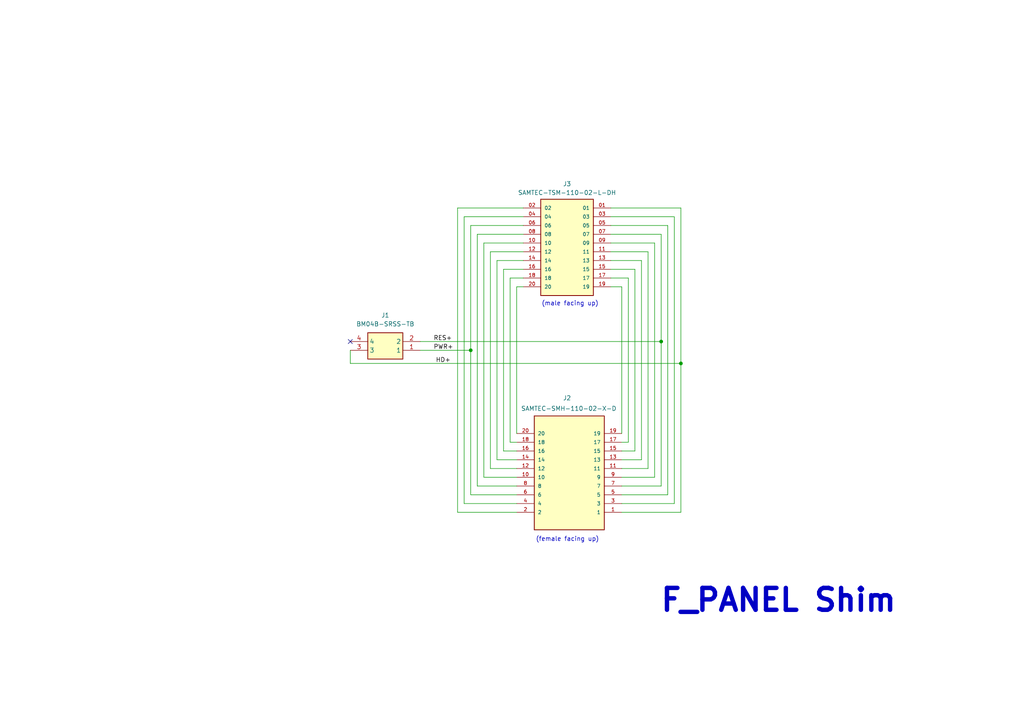
<source format=kicad_sch>
(kicad_sch (version 20231120) (generator "eeschema") (generator_version "8.0")
  (paper "A4")
  (lib_symbols
    (symbol "KicadParts:JST SH 4-pin Vert - BM04B-SRSS-TB_LF__SN_"
      (property "Reference" "J" (at 16.51 7.62 0))
      (property "Value" "JST SH 4-pin Vert - BM04B-SRSS-TB_LF__SN_" (at 16.51 5.08 0))
      (symbol "JST SH 4-pin Vert - BM04B-SRSS-TB_LF__SN__1_1"
        (rectangle (start 5.08 2.54) (end 15.24 -5.08) (stroke (width 0.254)) (fill (type background)))
        (pin passive line (at 0 0 0) (length 5.08) (name "1") (number "1"))
        (pin passive line (at 0 -2.54 0) (length 5.08) (name "2") (number "2"))
        (pin passive line (at 20.32 0 180) (length 5.08) (name "3") (number "3"))
        (pin passive line (at 20.32 -2.54 180) (length 5.08) (name "4") (number "4"))
      )
    )
    (symbol "KicadParts:SAMTEC-SMH-110-02-X-D" (pin_names (offset 1.016))
      (property "Reference" "J" (at 0 5.08 0))
      (property "Value" "SAMTEC-SMH-110-02-X-D" (at 0 -33.02 0))
      (property "Order" "https://www.digikey.com/en/products/detail/samtec-inc/SMH-110-02-L-D/6693507" (at 0.254 -48.514 0))
      (symbol "SAMTEC-SMH-110-02-X-D_0_0"
        (rectangle (start 0 -27.94) (end 20.3 5.08) (stroke (width 0.254)) (fill (type background)))
        (pin passive line (at -5.08 0 0) (length 5.08) (name "1") (number "1"))
        (pin passive line (at 25.4 -10.16 180) (length 5.08) (name "10") (number "10"))
        (pin passive line (at -5.08 -12.7 0) (length 5.08) (name "11") (number "11"))
        (pin passive line (at 25.4 -12.7 180) (length 5.08) (name "12") (number "12"))
        (pin passive line (at -5.08 -15.24 0) (length 5.08) (name "13") (number "13"))
        (pin passive line (at 25.4 -15.24 180) (length 5.08) (name "14") (number "14"))
        (pin passive line (at -5.08 -17.78 0) (length 5.08) (name "15") (number "15"))
        (pin passive line (at 25.4 -17.78 180) (length 5.08) (name "16") (number "16"))
        (pin passive line (at -5.08 -20.32 0) (length 5.08) (name "17") (number "17"))
        (pin passive line (at 25.4 -20.32 180) (length 5.08) (name "18") (number "18"))
        (pin passive line (at -5.08 -22.86 0) (length 5.08) (name "19") (number "19"))
        (pin passive line (at 25.4 0 180) (length 5.08) (name "2") (number "2"))
        (pin passive line (at 25.4 -22.86 180) (length 5.08) (name "20") (number "20"))
        (pin passive line (at -5.08 -2.54 0) (length 5.08) (name "3") (number "3"))
        (pin passive line (at 25.4 -2.54 180) (length 5.08) (name "4") (number "4"))
        (pin passive line (at -5.08 -5.08 0) (length 5.08) (name "5") (number "5"))
        (pin passive line (at 25.4 -5.08 180) (length 5.08) (name "6") (number "6"))
        (pin passive line (at -5.08 -7.62 0) (length 5.08) (name "7") (number "7"))
        (pin passive line (at 25.4 -7.62 180) (length 5.08) (name "8") (number "8"))
        (pin passive line (at -5.08 -10.16 0) (length 5.08) (name "9") (number "9"))
      )
    )
    (symbol "KicadParts:SAMTEC-TSM-110-02-L-DH" (pin_names (offset 1.016))
      (property "Reference" "J" (at -8.12 15.24 0))
      (property "Value" "SAMTEC-TSM-110-02-L-DH" (at -7.62 -15.24 0))
      (property "Order" "https://www.digikey.com/en/products/detail/samtec-inc/TSM-110-02-L-DH/6692964" (at 0 0 0))
      (symbol "SAMTEC-TSM-110-02-L-DH_0_0"
        (rectangle (start -7.62 -12.7) (end 7.62 15.24) (stroke (width 0.254)) (fill (type background)))
        (pin passive line (at -12.7 12.7 0) (length 5.08) (name "01") (number "01"))
        (pin passive line (at 12.7 12.7 180) (length 5.08) (name "02") (number "02"))
        (pin passive line (at -12.7 10.16 0) (length 5.08) (name "03") (number "03"))
        (pin passive line (at 12.7 10.16 180) (length 5.08) (name "04") (number "04"))
        (pin passive line (at -12.7 7.62 0) (length 5.08) (name "05") (number "05"))
        (pin passive line (at 12.7 7.62 180) (length 5.08) (name "06") (number "06"))
        (pin passive line (at -12.7 5.08 0) (length 5.08) (name "07") (number "07"))
        (pin passive line (at 12.7 5.08 180) (length 5.08) (name "08") (number "08"))
        (pin passive line (at -12.7 2.54 0) (length 5.08) (name "09") (number "09"))
        (pin passive line (at 12.7 2.54 180) (length 5.08) (name "10") (number "10"))
        (pin passive line (at -12.7 0 0) (length 5.08) (name "11") (number "11"))
        (pin passive line (at 12.7 0 180) (length 5.08) (name "12") (number "12"))
        (pin passive line (at -12.7 -2.54 0) (length 5.08) (name "13") (number "13"))
        (pin passive line (at 12.7 -2.54 180) (length 5.08) (name "14") (number "14"))
        (pin passive line (at -12.7 -5.08 0) (length 5.08) (name "15") (number "15"))
        (pin passive line (at 12.7 -5.08 180) (length 5.08) (name "16") (number "16"))
        (pin passive line (at -12.7 -7.62 0) (length 5.08) (name "17") (number "17"))
        (pin passive line (at 12.7 -7.62 180) (length 5.08) (name "18") (number "18"))
        (pin passive line (at -12.7 -10.16 0) (length 5.08) (name "19") (number "19"))
        (pin passive line (at 12.7 -10.16 180) (length 5.08) (name "20") (number "20"))
      )
    )
  )
  (junction (at 136.525 101.6))
  (junction (at 197.485 105.41))
  (junction (at 191.77 99.06))
  (no_connect (at 101.6 99.06))
  (wire (pts (xy 177.165 70.485) (xy 189.865 70.485)))
  (wire (pts (xy 177.165 80.645) (xy 182.245 80.645)))
  (wire (pts (xy 151.765 70.485) (xy 140.335 70.485)))
  (wire (pts (xy 193.675 143.51) (xy 180.34 143.51)))
  (wire (pts (xy 189.865 70.485) (xy 189.865 138.43)))
  (wire (pts (xy 151.765 73.025) (xy 142.24 73.025)))
  (wire (pts (xy 144.145 75.565) (xy 144.145 133.35)))
  (wire (pts (xy 147.955 80.645) (xy 147.955 128.27)))
  (wire (pts (xy 177.165 62.865) (xy 195.58 62.865)))
  (wire (pts (xy 177.165 78.105) (xy 184.15 78.105)))
  (wire (pts (xy 177.165 67.945) (xy 191.77 67.945)))
  (wire (pts (xy 151.765 65.405) (xy 136.525 65.405)))
  (wire (pts (xy 177.165 65.405) (xy 193.675 65.405)))
  (wire (pts (xy 197.485 105.41) (xy 197.485 148.59)))
  (wire (pts (xy 193.675 65.405) (xy 193.675 143.51)))
  (wire (pts (xy 186.055 75.565) (xy 186.055 133.35)))
  (wire (pts (xy 177.165 75.565) (xy 186.055 75.565)))
  (wire (pts (xy 187.96 73.025) (xy 187.96 135.89)))
  (wire (pts (xy 180.34 135.89) (xy 187.96 135.89)))
  (wire (pts (xy 191.77 67.945) (xy 191.77 99.06)))
  (wire (pts (xy 140.335 138.43) (xy 149.86 138.43)))
  (wire (pts (xy 136.525 101.6) (xy 136.525 143.51)))
  (wire (pts (xy 151.765 78.105) (xy 146.05 78.105)))
  (wire (pts (xy 151.765 75.565) (xy 144.145 75.565)))
  (wire (pts (xy 132.715 148.59) (xy 149.86 148.59)))
  (wire (pts (xy 136.525 143.51) (xy 149.86 143.51)))
  (wire (pts (xy 177.165 60.325) (xy 197.485 60.325)))
  (wire (pts (xy 191.77 99.06) (xy 191.77 140.97)))
  (wire (pts (xy 121.92 101.6) (xy 136.525 101.6)))
  (wire (pts (xy 144.145 133.35) (xy 149.86 133.35)))
  (wire (pts (xy 195.58 146.05) (xy 180.34 146.05)))
  (wire (pts (xy 151.765 60.325) (xy 132.715 60.325)))
  (wire (pts (xy 132.715 60.325) (xy 132.715 148.59)))
  (wire (pts (xy 142.24 135.89) (xy 149.86 135.89)))
  (wire (pts (xy 134.62 62.865) (xy 134.62 146.05)))
  (wire (pts (xy 151.765 62.865) (xy 134.62 62.865)))
  (wire (pts (xy 149.86 83.185) (xy 149.86 125.73)))
  (wire (pts (xy 182.245 80.645) (xy 182.245 128.27)))
  (wire (pts (xy 151.765 83.185) (xy 149.86 83.185)))
  (wire (pts (xy 197.485 60.325) (xy 197.485 105.41)))
  (wire (pts (xy 138.43 67.945) (xy 138.43 140.97)))
  (wire (pts (xy 134.62 146.05) (xy 149.86 146.05)))
  (wire (pts (xy 121.92 99.06) (xy 191.77 99.06)))
  (wire (pts (xy 151.765 80.645) (xy 147.955 80.645)))
  (wire (pts (xy 138.43 140.97) (xy 149.86 140.97)))
  (wire (pts (xy 180.34 83.185) (xy 180.34 125.73)))
  (wire (pts (xy 189.865 138.43) (xy 180.34 138.43)))
  (wire (pts (xy 147.955 128.27) (xy 149.86 128.27)))
  (wire (pts (xy 197.485 148.59) (xy 180.34 148.59)))
  (wire (pts (xy 182.245 128.27) (xy 180.34 128.27)))
  (wire (pts (xy 101.6 101.6) (xy 101.6 105.41)))
  (wire (pts (xy 195.58 62.865) (xy 195.58 146.05)))
  (wire (pts (xy 191.77 140.97) (xy 180.34 140.97)))
  (wire (pts (xy 136.525 65.405) (xy 136.525 101.6)))
  (wire (pts (xy 184.15 78.105) (xy 184.15 130.81)))
  (wire (pts (xy 151.765 67.945) (xy 138.43 67.945)))
  (wire (pts (xy 146.05 130.81) (xy 149.86 130.81)))
  (wire (pts (xy 146.05 78.105) (xy 146.05 130.81)))
  (wire (pts (xy 177.165 83.185) (xy 180.34 83.185)))
  (wire (pts (xy 177.165 73.025) (xy 187.96 73.025)))
  (wire (pts (xy 180.34 130.81) (xy 184.15 130.81)))
  (wire (pts (xy 101.6 105.41) (xy 197.485 105.41)))
  (wire (pts (xy 142.24 73.025) (xy 142.24 135.89)))
  (wire (pts (xy 186.055 133.35) (xy 180.34 133.35)))
  (wire (pts (xy 140.335 70.485) (xy 140.335 138.43)))
  (text "F_PANEL Shim" (at 225.806 174.244 0) (effects (font (size 6.35 6.35) (thickness 1.27) (bold yes))))
  (text "(male facing up)" (at 165.354 88.138 0) (effects (font (size 1.27 1.27))))
  (text "(female facing up)" (at 164.592 156.464 0) (effects (font (size 1.27 1.27))))
  (label "RES+" (at 125.73 99.06 0))
  (label "PWR+" (at 125.73 101.6 0))
  (label "HD+" (at 126.365 105.41 0))
  (symbol (lib_id "KicadParts:SAMTEC-SMH-110-02-X-D") (at 175.26 148.59 180) (unit 1)
    (property "Reference" "J2" (at 164.465 115.443 0))
    (property "Value" "SAMTEC-SMH-110-02-X-D" (at 164.973 118.491 0))
    (property "Footprint" "Kicad Parts:SAMTEC-SMH-110-02-X-D" (effects (hide yes)))
    (property "Datasheet" "https://mm.digikey.com/Volume0/opasdata/d220001/medias/docus/6129/smh-1xx-xx-xx-x-xx-xx-mkt.pdf" (effects (hide yes)))
    (property "Description" "2x20 right angle pin header female" (effects (hide yes)))
    (property "Order" "https://www.digikey.com/en/products/detail/samtec-inc/SMH-110-02-L-D/6693507" (effects (hide yes)))
  )
  (symbol (lib_id "KicadParts:JST SH 4-pin Vert - BM04B-SRSS-TB_LF__SN_") (at 121.92 101.6 180) (unit 1)
    (property "Reference" "J1" (at 111.76 91.44 0))
    (property "Value" "BM04B-SRSS-TB" (at 111.76 93.98 0))
    (property "Footprint" "Kicad Parts:JST SH - BM04B-SRSS-TB_LFSN_" (effects (hide yes)))
    (property "Datasheet" "http://www.jst.fr/core/file.get?path=doc/jst/family/pdf/eSH.pdf" (effects (hide yes)))
    (property "Description" "JST (JAPAN SOLDERLESS TERMINALS) - BM04B-SRSS-TB(LF)(SN) - HEADER, TOP ENTRY, 4WAY" (effects (hide yes)))
    (property "Manufacturer_Name" "JST (JAPAN SOLDERLESS TERMINALS)" (effects (hide yes)))
    (property "Manufacturer_Part_Number" "BM04B-SRSS-TB(LF)(SN)" (effects (hide yes)))
  )
  (symbol (lib_id "KicadParts:SAMTEC-TSM-110-02-L-DH") (at 164.465 73.025 0) (mirror y) (unit 1)
    (property "Reference" "J3" (at 164.465 53.34 0))
    (property "Value" "SAMTEC-TSM-110-02-L-DH" (at 164.465 55.88 0))
    (property "Footprint" "Kicad Parts:SAMTEC_TSM-110-02-L-DH" (effects (hide yes)))
    (property "Datasheet" "https://mm.digikey.com/Volume0/opasdata/d220001/medias/docus/6129/tsm-1xx-xx-xxx-xx-xx-xxx-xx-mkt1.pdf" (effects (hide yes)))
    (property "Description" "2x20 0.1\" right angle male pin header" (effects (hide yes)))
    (property "PARTREV" "R" (effects (hide yes)))
    (property "STANDARD" "Manufacturer Recommendations" (effects (hide yes)))
    (property "MANUFACTURER" "Samtec" (effects (hide yes)))
    (property "Order" "https://www.digikey.com/en/products/detail/samtec-inc/TSM-110-02-L-DH/6692964" (effects (hide yes)))
  )
)
</source>
